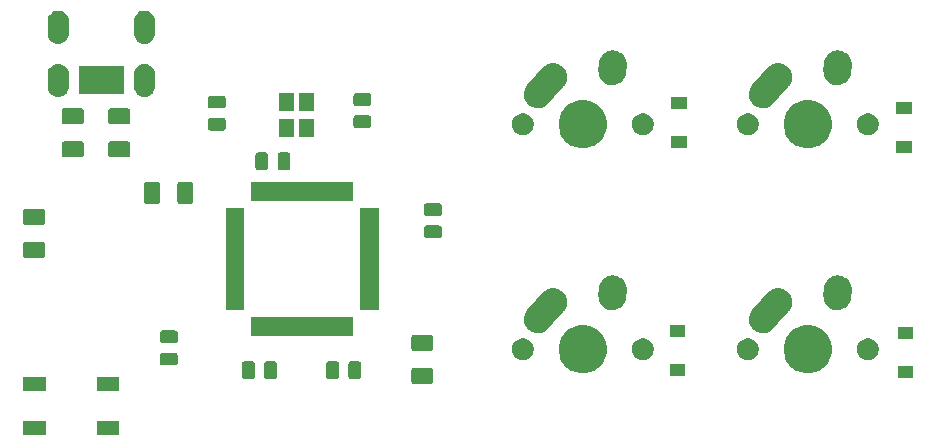
<source format=gbs>
G04 #@! TF.GenerationSoftware,KiCad,Pcbnew,(5.1.4)-1*
G04 #@! TF.CreationDate,2021-03-02T11:58:11-08:00*
G04 #@! TF.ProjectId,NMB-75,4e4d422d-3735-42e6-9b69-6361645f7063,rev?*
G04 #@! TF.SameCoordinates,Original*
G04 #@! TF.FileFunction,Soldermask,Bot*
G04 #@! TF.FilePolarity,Negative*
%FSLAX46Y46*%
G04 Gerber Fmt 4.6, Leading zero omitted, Abs format (unit mm)*
G04 Created by KiCad (PCBNEW (5.1.4)-1) date 2021-03-02 11:58:11*
%MOMM*%
%LPD*%
G04 APERTURE LIST*
%ADD10C,0.100000*%
G04 APERTURE END LIST*
D10*
G36*
X98412000Y-118021000D02*
G01*
X96510000Y-118021000D01*
X96510000Y-116819000D01*
X98412000Y-116819000D01*
X98412000Y-118021000D01*
X98412000Y-118021000D01*
G37*
G36*
X92212000Y-118021000D02*
G01*
X90310000Y-118021000D01*
X90310000Y-116819000D01*
X92212000Y-116819000D01*
X92212000Y-118021000D01*
X92212000Y-118021000D01*
G37*
G36*
X92212000Y-114321000D02*
G01*
X90310000Y-114321000D01*
X90310000Y-113119000D01*
X92212000Y-113119000D01*
X92212000Y-114321000D01*
X92212000Y-114321000D01*
G37*
G36*
X98412000Y-114321000D02*
G01*
X96510000Y-114321000D01*
X96510000Y-113119000D01*
X98412000Y-113119000D01*
X98412000Y-114321000D01*
X98412000Y-114321000D01*
G37*
G36*
X124847604Y-112364347D02*
G01*
X124884144Y-112375432D01*
X124917821Y-112393433D01*
X124947341Y-112417659D01*
X124971567Y-112447179D01*
X124989568Y-112480856D01*
X125000653Y-112517396D01*
X125005000Y-112561538D01*
X125005000Y-113510462D01*
X125000653Y-113554604D01*
X124989568Y-113591144D01*
X124971567Y-113624821D01*
X124947341Y-113654341D01*
X124917821Y-113678567D01*
X124884144Y-113696568D01*
X124847604Y-113707653D01*
X124803462Y-113712000D01*
X123354538Y-113712000D01*
X123310396Y-113707653D01*
X123273856Y-113696568D01*
X123240179Y-113678567D01*
X123210659Y-113654341D01*
X123186433Y-113624821D01*
X123168432Y-113591144D01*
X123157347Y-113554604D01*
X123153000Y-113510462D01*
X123153000Y-112561538D01*
X123157347Y-112517396D01*
X123168432Y-112480856D01*
X123186433Y-112447179D01*
X123210659Y-112417659D01*
X123240179Y-112393433D01*
X123273856Y-112375432D01*
X123310396Y-112364347D01*
X123354538Y-112360000D01*
X124803462Y-112360000D01*
X124847604Y-112364347D01*
X124847604Y-112364347D01*
G37*
G36*
X118735968Y-111807315D02*
G01*
X118774638Y-111819046D01*
X118810277Y-111838096D01*
X118841517Y-111863733D01*
X118867154Y-111894973D01*
X118886204Y-111930612D01*
X118897935Y-111969282D01*
X118902500Y-112015638D01*
X118902500Y-113091862D01*
X118897935Y-113138218D01*
X118886204Y-113176888D01*
X118867154Y-113212527D01*
X118841517Y-113243767D01*
X118810277Y-113269404D01*
X118774638Y-113288454D01*
X118735968Y-113300185D01*
X118689612Y-113304750D01*
X118038388Y-113304750D01*
X117992032Y-113300185D01*
X117953362Y-113288454D01*
X117917723Y-113269404D01*
X117886483Y-113243767D01*
X117860846Y-113212527D01*
X117841796Y-113176888D01*
X117830065Y-113138218D01*
X117825500Y-113091862D01*
X117825500Y-112015638D01*
X117830065Y-111969282D01*
X117841796Y-111930612D01*
X117860846Y-111894973D01*
X117886483Y-111863733D01*
X117917723Y-111838096D01*
X117953362Y-111819046D01*
X117992032Y-111807315D01*
X118038388Y-111802750D01*
X118689612Y-111802750D01*
X118735968Y-111807315D01*
X118735968Y-111807315D01*
G37*
G36*
X111593968Y-111807315D02*
G01*
X111632638Y-111819046D01*
X111668277Y-111838096D01*
X111699517Y-111863733D01*
X111725154Y-111894973D01*
X111744204Y-111930612D01*
X111755935Y-111969282D01*
X111760500Y-112015638D01*
X111760500Y-113091862D01*
X111755935Y-113138218D01*
X111744204Y-113176888D01*
X111725154Y-113212527D01*
X111699517Y-113243767D01*
X111668277Y-113269404D01*
X111632638Y-113288454D01*
X111593968Y-113300185D01*
X111547612Y-113304750D01*
X110896388Y-113304750D01*
X110850032Y-113300185D01*
X110811362Y-113288454D01*
X110775723Y-113269404D01*
X110744483Y-113243767D01*
X110718846Y-113212527D01*
X110699796Y-113176888D01*
X110688065Y-113138218D01*
X110683500Y-113091862D01*
X110683500Y-112015638D01*
X110688065Y-111969282D01*
X110699796Y-111930612D01*
X110718846Y-111894973D01*
X110744483Y-111863733D01*
X110775723Y-111838096D01*
X110811362Y-111819046D01*
X110850032Y-111807315D01*
X110896388Y-111802750D01*
X111547612Y-111802750D01*
X111593968Y-111807315D01*
X111593968Y-111807315D01*
G37*
G36*
X109718968Y-111807315D02*
G01*
X109757638Y-111819046D01*
X109793277Y-111838096D01*
X109824517Y-111863733D01*
X109850154Y-111894973D01*
X109869204Y-111930612D01*
X109880935Y-111969282D01*
X109885500Y-112015638D01*
X109885500Y-113091862D01*
X109880935Y-113138218D01*
X109869204Y-113176888D01*
X109850154Y-113212527D01*
X109824517Y-113243767D01*
X109793277Y-113269404D01*
X109757638Y-113288454D01*
X109718968Y-113300185D01*
X109672612Y-113304750D01*
X109021388Y-113304750D01*
X108975032Y-113300185D01*
X108936362Y-113288454D01*
X108900723Y-113269404D01*
X108869483Y-113243767D01*
X108843846Y-113212527D01*
X108824796Y-113176888D01*
X108813065Y-113138218D01*
X108808500Y-113091862D01*
X108808500Y-112015638D01*
X108813065Y-111969282D01*
X108824796Y-111930612D01*
X108843846Y-111894973D01*
X108869483Y-111863733D01*
X108900723Y-111838096D01*
X108936362Y-111819046D01*
X108975032Y-111807315D01*
X109021388Y-111802750D01*
X109672612Y-111802750D01*
X109718968Y-111807315D01*
X109718968Y-111807315D01*
G37*
G36*
X116860968Y-111807315D02*
G01*
X116899638Y-111819046D01*
X116935277Y-111838096D01*
X116966517Y-111863733D01*
X116992154Y-111894973D01*
X117011204Y-111930612D01*
X117022935Y-111969282D01*
X117027500Y-112015638D01*
X117027500Y-113091862D01*
X117022935Y-113138218D01*
X117011204Y-113176888D01*
X116992154Y-113212527D01*
X116966517Y-113243767D01*
X116935277Y-113269404D01*
X116899638Y-113288454D01*
X116860968Y-113300185D01*
X116814612Y-113304750D01*
X116163388Y-113304750D01*
X116117032Y-113300185D01*
X116078362Y-113288454D01*
X116042723Y-113269404D01*
X116011483Y-113243767D01*
X115985846Y-113212527D01*
X115966796Y-113176888D01*
X115955065Y-113138218D01*
X115950500Y-113091862D01*
X115950500Y-112015638D01*
X115955065Y-111969282D01*
X115966796Y-111930612D01*
X115985846Y-111894973D01*
X116011483Y-111863733D01*
X116042723Y-111838096D01*
X116078362Y-111819046D01*
X116117032Y-111807315D01*
X116163388Y-111802750D01*
X116814612Y-111802750D01*
X116860968Y-111807315D01*
X116860968Y-111807315D01*
G37*
G36*
X165624000Y-113179750D02*
G01*
X164322000Y-113179750D01*
X164322000Y-112177750D01*
X165624000Y-112177750D01*
X165624000Y-113179750D01*
X165624000Y-113179750D01*
G37*
G36*
X146320000Y-113053750D02*
G01*
X145018000Y-113053750D01*
X145018000Y-112051750D01*
X146320000Y-112051750D01*
X146320000Y-113053750D01*
X146320000Y-113053750D01*
G37*
G36*
X138264474Y-108809434D02*
G01*
X138429403Y-108877750D01*
X138636623Y-108963583D01*
X138971548Y-109187373D01*
X139256377Y-109472202D01*
X139480167Y-109807127D01*
X139512562Y-109885336D01*
X139634316Y-110179276D01*
X139712900Y-110574344D01*
X139712900Y-110977156D01*
X139634316Y-111372224D01*
X139583451Y-111495022D01*
X139480167Y-111744373D01*
X139256377Y-112079298D01*
X138971548Y-112364127D01*
X138636623Y-112587917D01*
X138534059Y-112630400D01*
X138264474Y-112742066D01*
X137869406Y-112820650D01*
X137466594Y-112820650D01*
X137071526Y-112742066D01*
X136801941Y-112630400D01*
X136699377Y-112587917D01*
X136364452Y-112364127D01*
X136079623Y-112079298D01*
X135855833Y-111744373D01*
X135752549Y-111495022D01*
X135701684Y-111372224D01*
X135623100Y-110977156D01*
X135623100Y-110574344D01*
X135701684Y-110179276D01*
X135823438Y-109885336D01*
X135855833Y-109807127D01*
X136079623Y-109472202D01*
X136364452Y-109187373D01*
X136699377Y-108963583D01*
X136906597Y-108877750D01*
X137071526Y-108809434D01*
X137466594Y-108730850D01*
X137869406Y-108730850D01*
X138264474Y-108809434D01*
X138264474Y-108809434D01*
G37*
G36*
X157314474Y-108809434D02*
G01*
X157479403Y-108877750D01*
X157686623Y-108963583D01*
X158021548Y-109187373D01*
X158306377Y-109472202D01*
X158530167Y-109807127D01*
X158562562Y-109885336D01*
X158684316Y-110179276D01*
X158762900Y-110574344D01*
X158762900Y-110977156D01*
X158684316Y-111372224D01*
X158633451Y-111495022D01*
X158530167Y-111744373D01*
X158306377Y-112079298D01*
X158021548Y-112364127D01*
X157686623Y-112587917D01*
X157584059Y-112630400D01*
X157314474Y-112742066D01*
X156919406Y-112820650D01*
X156516594Y-112820650D01*
X156121526Y-112742066D01*
X155851941Y-112630400D01*
X155749377Y-112587917D01*
X155414452Y-112364127D01*
X155129623Y-112079298D01*
X154905833Y-111744373D01*
X154802549Y-111495022D01*
X154751684Y-111372224D01*
X154673100Y-110977156D01*
X154673100Y-110574344D01*
X154751684Y-110179276D01*
X154873438Y-109885336D01*
X154905833Y-109807127D01*
X155129623Y-109472202D01*
X155414452Y-109187373D01*
X155749377Y-108963583D01*
X155956597Y-108877750D01*
X156121526Y-108809434D01*
X156516594Y-108730850D01*
X156919406Y-108730850D01*
X157314474Y-108809434D01*
X157314474Y-108809434D01*
G37*
G36*
X103200468Y-111069065D02*
G01*
X103239138Y-111080796D01*
X103274777Y-111099846D01*
X103306017Y-111125483D01*
X103331654Y-111156723D01*
X103350704Y-111192362D01*
X103362435Y-111231032D01*
X103367000Y-111277388D01*
X103367000Y-111928612D01*
X103362435Y-111974968D01*
X103350704Y-112013638D01*
X103331654Y-112049277D01*
X103306017Y-112080517D01*
X103274777Y-112106154D01*
X103239138Y-112125204D01*
X103200468Y-112136935D01*
X103154112Y-112141500D01*
X102077888Y-112141500D01*
X102031532Y-112136935D01*
X101992862Y-112125204D01*
X101957223Y-112106154D01*
X101925983Y-112080517D01*
X101900346Y-112049277D01*
X101881296Y-112013638D01*
X101869565Y-111974968D01*
X101865000Y-111928612D01*
X101865000Y-111277388D01*
X101869565Y-111231032D01*
X101881296Y-111192362D01*
X101900346Y-111156723D01*
X101925983Y-111125483D01*
X101957223Y-111099846D01*
X101992862Y-111080796D01*
X102031532Y-111069065D01*
X102077888Y-111064500D01*
X103154112Y-111064500D01*
X103200468Y-111069065D01*
X103200468Y-111069065D01*
G37*
G36*
X151908104Y-109885335D02*
G01*
X152076626Y-109955139D01*
X152228291Y-110056478D01*
X152357272Y-110185459D01*
X152458611Y-110337124D01*
X152528415Y-110505646D01*
X152564000Y-110684547D01*
X152564000Y-110866953D01*
X152528415Y-111045854D01*
X152458611Y-111214376D01*
X152357272Y-111366041D01*
X152228291Y-111495022D01*
X152076626Y-111596361D01*
X151908104Y-111666165D01*
X151729203Y-111701750D01*
X151546797Y-111701750D01*
X151367896Y-111666165D01*
X151199374Y-111596361D01*
X151047709Y-111495022D01*
X150918728Y-111366041D01*
X150817389Y-111214376D01*
X150747585Y-111045854D01*
X150712000Y-110866953D01*
X150712000Y-110684547D01*
X150747585Y-110505646D01*
X150817389Y-110337124D01*
X150918728Y-110185459D01*
X151047709Y-110056478D01*
X151199374Y-109955139D01*
X151367896Y-109885335D01*
X151546797Y-109849750D01*
X151729203Y-109849750D01*
X151908104Y-109885335D01*
X151908104Y-109885335D01*
G37*
G36*
X132858104Y-109885335D02*
G01*
X133026626Y-109955139D01*
X133178291Y-110056478D01*
X133307272Y-110185459D01*
X133408611Y-110337124D01*
X133478415Y-110505646D01*
X133514000Y-110684547D01*
X133514000Y-110866953D01*
X133478415Y-111045854D01*
X133408611Y-111214376D01*
X133307272Y-111366041D01*
X133178291Y-111495022D01*
X133026626Y-111596361D01*
X132858104Y-111666165D01*
X132679203Y-111701750D01*
X132496797Y-111701750D01*
X132317896Y-111666165D01*
X132149374Y-111596361D01*
X131997709Y-111495022D01*
X131868728Y-111366041D01*
X131767389Y-111214376D01*
X131697585Y-111045854D01*
X131662000Y-110866953D01*
X131662000Y-110684547D01*
X131697585Y-110505646D01*
X131767389Y-110337124D01*
X131868728Y-110185459D01*
X131997709Y-110056478D01*
X132149374Y-109955139D01*
X132317896Y-109885335D01*
X132496797Y-109849750D01*
X132679203Y-109849750D01*
X132858104Y-109885335D01*
X132858104Y-109885335D01*
G37*
G36*
X143018104Y-109885335D02*
G01*
X143186626Y-109955139D01*
X143338291Y-110056478D01*
X143467272Y-110185459D01*
X143568611Y-110337124D01*
X143638415Y-110505646D01*
X143674000Y-110684547D01*
X143674000Y-110866953D01*
X143638415Y-111045854D01*
X143568611Y-111214376D01*
X143467272Y-111366041D01*
X143338291Y-111495022D01*
X143186626Y-111596361D01*
X143018104Y-111666165D01*
X142839203Y-111701750D01*
X142656797Y-111701750D01*
X142477896Y-111666165D01*
X142309374Y-111596361D01*
X142157709Y-111495022D01*
X142028728Y-111366041D01*
X141927389Y-111214376D01*
X141857585Y-111045854D01*
X141822000Y-110866953D01*
X141822000Y-110684547D01*
X141857585Y-110505646D01*
X141927389Y-110337124D01*
X142028728Y-110185459D01*
X142157709Y-110056478D01*
X142309374Y-109955139D01*
X142477896Y-109885335D01*
X142656797Y-109849750D01*
X142839203Y-109849750D01*
X143018104Y-109885335D01*
X143018104Y-109885335D01*
G37*
G36*
X162068104Y-109885335D02*
G01*
X162236626Y-109955139D01*
X162388291Y-110056478D01*
X162517272Y-110185459D01*
X162618611Y-110337124D01*
X162688415Y-110505646D01*
X162724000Y-110684547D01*
X162724000Y-110866953D01*
X162688415Y-111045854D01*
X162618611Y-111214376D01*
X162517272Y-111366041D01*
X162388291Y-111495022D01*
X162236626Y-111596361D01*
X162068104Y-111666165D01*
X161889203Y-111701750D01*
X161706797Y-111701750D01*
X161527896Y-111666165D01*
X161359374Y-111596361D01*
X161207709Y-111495022D01*
X161078728Y-111366041D01*
X160977389Y-111214376D01*
X160907585Y-111045854D01*
X160872000Y-110866953D01*
X160872000Y-110684547D01*
X160907585Y-110505646D01*
X160977389Y-110337124D01*
X161078728Y-110185459D01*
X161207709Y-110056478D01*
X161359374Y-109955139D01*
X161527896Y-109885335D01*
X161706797Y-109849750D01*
X161889203Y-109849750D01*
X162068104Y-109885335D01*
X162068104Y-109885335D01*
G37*
G36*
X124847604Y-109564347D02*
G01*
X124884144Y-109575432D01*
X124917821Y-109593433D01*
X124947341Y-109617659D01*
X124971567Y-109647179D01*
X124989568Y-109680856D01*
X125000653Y-109717396D01*
X125005000Y-109761538D01*
X125005000Y-110710462D01*
X125000653Y-110754604D01*
X124989568Y-110791144D01*
X124971567Y-110824821D01*
X124947341Y-110854341D01*
X124917821Y-110878567D01*
X124884144Y-110896568D01*
X124847604Y-110907653D01*
X124803462Y-110912000D01*
X123354538Y-110912000D01*
X123310396Y-110907653D01*
X123273856Y-110896568D01*
X123240179Y-110878567D01*
X123210659Y-110854341D01*
X123186433Y-110824821D01*
X123168432Y-110791144D01*
X123157347Y-110754604D01*
X123153000Y-110710462D01*
X123153000Y-109761538D01*
X123157347Y-109717396D01*
X123168432Y-109680856D01*
X123186433Y-109647179D01*
X123210659Y-109617659D01*
X123240179Y-109593433D01*
X123273856Y-109575432D01*
X123310396Y-109564347D01*
X123354538Y-109560000D01*
X124803462Y-109560000D01*
X124847604Y-109564347D01*
X124847604Y-109564347D01*
G37*
G36*
X103200468Y-109194065D02*
G01*
X103239138Y-109205796D01*
X103274777Y-109224846D01*
X103306017Y-109250483D01*
X103331654Y-109281723D01*
X103350704Y-109317362D01*
X103362435Y-109356032D01*
X103367000Y-109402388D01*
X103367000Y-110053612D01*
X103362435Y-110099968D01*
X103350704Y-110138638D01*
X103331654Y-110174277D01*
X103306017Y-110205517D01*
X103274777Y-110231154D01*
X103239138Y-110250204D01*
X103200468Y-110261935D01*
X103154112Y-110266500D01*
X102077888Y-110266500D01*
X102031532Y-110261935D01*
X101992862Y-110250204D01*
X101957223Y-110231154D01*
X101925983Y-110205517D01*
X101900346Y-110174277D01*
X101881296Y-110138638D01*
X101869565Y-110099968D01*
X101865000Y-110053612D01*
X101865000Y-109402388D01*
X101869565Y-109356032D01*
X101881296Y-109317362D01*
X101900346Y-109281723D01*
X101925983Y-109250483D01*
X101957223Y-109224846D01*
X101992862Y-109205796D01*
X102031532Y-109194065D01*
X102077888Y-109189500D01*
X103154112Y-109189500D01*
X103200468Y-109194065D01*
X103200468Y-109194065D01*
G37*
G36*
X165624000Y-109879750D02*
G01*
X164322000Y-109879750D01*
X164322000Y-108877750D01*
X165624000Y-108877750D01*
X165624000Y-109879750D01*
X165624000Y-109879750D01*
G37*
G36*
X146320000Y-109753750D02*
G01*
X145018000Y-109753750D01*
X145018000Y-108751750D01*
X146320000Y-108751750D01*
X146320000Y-109753750D01*
X146320000Y-109753750D01*
G37*
G36*
X118245000Y-109656750D02*
G01*
X109593000Y-109656750D01*
X109593000Y-108054750D01*
X118245000Y-108054750D01*
X118245000Y-109656750D01*
X118245000Y-109656750D01*
G37*
G36*
X135191205Y-105599631D02*
G01*
X135196645Y-105599750D01*
X135283828Y-105599750D01*
X135300097Y-105602986D01*
X135318956Y-105605265D01*
X135335532Y-105605996D01*
X135420223Y-105626760D01*
X135425518Y-105627934D01*
X135511027Y-105644943D01*
X135526362Y-105651295D01*
X135544401Y-105657205D01*
X135560521Y-105661157D01*
X135639504Y-105698030D01*
X135644494Y-105700227D01*
X135725045Y-105733592D01*
X135738841Y-105742810D01*
X135755393Y-105752132D01*
X135770426Y-105759150D01*
X135840694Y-105810721D01*
X135845192Y-105813872D01*
X135917656Y-105862291D01*
X135929383Y-105874018D01*
X135943809Y-105886398D01*
X135957179Y-105896211D01*
X135957180Y-105896212D01*
X136016021Y-105960483D01*
X136019829Y-105964464D01*
X136081459Y-106026094D01*
X136090674Y-106039885D01*
X136102396Y-106054828D01*
X136113605Y-106067071D01*
X136158799Y-106141624D01*
X136161746Y-106146251D01*
X136210158Y-106218705D01*
X136216505Y-106234027D01*
X136225092Y-106250981D01*
X136233691Y-106265167D01*
X136263478Y-106347118D01*
X136265452Y-106352198D01*
X136298807Y-106432723D01*
X136298807Y-106432724D01*
X136302041Y-106448983D01*
X136307158Y-106467292D01*
X136312825Y-106482884D01*
X136326055Y-106569095D01*
X136327001Y-106574463D01*
X136344000Y-106659923D01*
X136344000Y-106676502D01*
X136345444Y-106695442D01*
X136347963Y-106711854D01*
X136344120Y-106798999D01*
X136344000Y-106804439D01*
X136344000Y-106891575D01*
X136340766Y-106907833D01*
X136338488Y-106926691D01*
X136337756Y-106943281D01*
X136316988Y-107027987D01*
X136315812Y-107033287D01*
X136298807Y-107118777D01*
X136292457Y-107134107D01*
X136286549Y-107152143D01*
X136282595Y-107168270D01*
X136245711Y-107247276D01*
X136243511Y-107252273D01*
X136210158Y-107332795D01*
X136200944Y-107346585D01*
X136191622Y-107363137D01*
X136184602Y-107378174D01*
X136133011Y-107448470D01*
X136129866Y-107452960D01*
X136081461Y-107525404D01*
X136024460Y-107582405D01*
X136019811Y-107587313D01*
X135600398Y-108054750D01*
X134694723Y-109064126D01*
X134566679Y-109181352D01*
X134478383Y-109234877D01*
X134368583Y-109301439D01*
X134150866Y-109380573D01*
X133921895Y-109415711D01*
X133690470Y-109405504D01*
X133465481Y-109350343D01*
X133360727Y-109301439D01*
X133255579Y-109252352D01*
X133158838Y-109181352D01*
X133068823Y-109115289D01*
X132994394Y-109033991D01*
X132912398Y-108944429D01*
X132830564Y-108809435D01*
X132792311Y-108746333D01*
X132713177Y-108528616D01*
X132678039Y-108299645D01*
X132688246Y-108068220D01*
X132743407Y-107843231D01*
X132794972Y-107732778D01*
X132841398Y-107633330D01*
X132841400Y-107633327D01*
X132944114Y-107493372D01*
X133699245Y-106651777D01*
X134230787Y-106059371D01*
X134241681Y-106045339D01*
X134254539Y-106026096D01*
X134311573Y-105969062D01*
X134316223Y-105964153D01*
X134331278Y-105947374D01*
X134352701Y-105927761D01*
X134356682Y-105923953D01*
X134418346Y-105862289D01*
X134432143Y-105853070D01*
X134447102Y-105841335D01*
X134459321Y-105830148D01*
X134491385Y-105810711D01*
X134533830Y-105784981D01*
X134538421Y-105782058D01*
X134610955Y-105733592D01*
X134626300Y-105727236D01*
X134643248Y-105718651D01*
X134657416Y-105710062D01*
X134657417Y-105710062D01*
X134657418Y-105710061D01*
X134739312Y-105680295D01*
X134744410Y-105678313D01*
X134824973Y-105644943D01*
X134841252Y-105641705D01*
X134859542Y-105636594D01*
X134875135Y-105630927D01*
X134961300Y-105617704D01*
X134966663Y-105616759D01*
X135052173Y-105599750D01*
X135068766Y-105599750D01*
X135087709Y-105598305D01*
X135104106Y-105595789D01*
X135191205Y-105599631D01*
X135191205Y-105599631D01*
G37*
G36*
X154241205Y-105599631D02*
G01*
X154246645Y-105599750D01*
X154333828Y-105599750D01*
X154350097Y-105602986D01*
X154368956Y-105605265D01*
X154385532Y-105605996D01*
X154470223Y-105626760D01*
X154475518Y-105627934D01*
X154561027Y-105644943D01*
X154576362Y-105651295D01*
X154594401Y-105657205D01*
X154610521Y-105661157D01*
X154689504Y-105698030D01*
X154694494Y-105700227D01*
X154775045Y-105733592D01*
X154788841Y-105742810D01*
X154805393Y-105752132D01*
X154820426Y-105759150D01*
X154890694Y-105810721D01*
X154895192Y-105813872D01*
X154967656Y-105862291D01*
X154979383Y-105874018D01*
X154993809Y-105886398D01*
X155007179Y-105896211D01*
X155007180Y-105896212D01*
X155066021Y-105960483D01*
X155069829Y-105964464D01*
X155131459Y-106026094D01*
X155140674Y-106039885D01*
X155152396Y-106054828D01*
X155163605Y-106067071D01*
X155208799Y-106141624D01*
X155211746Y-106146251D01*
X155260158Y-106218705D01*
X155266505Y-106234027D01*
X155275092Y-106250981D01*
X155283691Y-106265167D01*
X155313478Y-106347118D01*
X155315452Y-106352198D01*
X155348807Y-106432723D01*
X155348807Y-106432724D01*
X155352041Y-106448983D01*
X155357158Y-106467292D01*
X155362825Y-106482884D01*
X155376055Y-106569095D01*
X155377001Y-106574463D01*
X155394000Y-106659923D01*
X155394000Y-106676502D01*
X155395444Y-106695442D01*
X155397963Y-106711854D01*
X155394120Y-106798999D01*
X155394000Y-106804439D01*
X155394000Y-106891575D01*
X155390766Y-106907833D01*
X155388488Y-106926691D01*
X155387756Y-106943281D01*
X155366988Y-107027987D01*
X155365812Y-107033287D01*
X155348807Y-107118777D01*
X155342457Y-107134107D01*
X155336549Y-107152143D01*
X155332595Y-107168270D01*
X155295711Y-107247276D01*
X155293511Y-107252273D01*
X155260158Y-107332795D01*
X155250944Y-107346585D01*
X155241622Y-107363137D01*
X155234602Y-107378174D01*
X155183011Y-107448470D01*
X155179866Y-107452960D01*
X155131461Y-107525404D01*
X155074460Y-107582405D01*
X155069811Y-107587313D01*
X154650398Y-108054750D01*
X153744723Y-109064126D01*
X153616679Y-109181352D01*
X153528383Y-109234877D01*
X153418583Y-109301439D01*
X153200866Y-109380573D01*
X152971895Y-109415711D01*
X152740470Y-109405504D01*
X152515481Y-109350343D01*
X152410727Y-109301439D01*
X152305579Y-109252352D01*
X152208838Y-109181352D01*
X152118823Y-109115289D01*
X152044394Y-109033991D01*
X151962398Y-108944429D01*
X151880564Y-108809435D01*
X151842311Y-108746333D01*
X151763177Y-108528616D01*
X151728039Y-108299645D01*
X151738246Y-108068220D01*
X151793407Y-107843231D01*
X151844972Y-107732778D01*
X151891398Y-107633330D01*
X151891400Y-107633327D01*
X151994114Y-107493372D01*
X152749245Y-106651777D01*
X153280787Y-106059371D01*
X153291681Y-106045339D01*
X153304539Y-106026096D01*
X153361573Y-105969062D01*
X153366223Y-105964153D01*
X153381278Y-105947374D01*
X153402701Y-105927761D01*
X153406682Y-105923953D01*
X153468346Y-105862289D01*
X153482143Y-105853070D01*
X153497102Y-105841335D01*
X153509321Y-105830148D01*
X153541385Y-105810711D01*
X153583830Y-105784981D01*
X153588421Y-105782058D01*
X153660955Y-105733592D01*
X153676300Y-105727236D01*
X153693248Y-105718651D01*
X153707416Y-105710062D01*
X153707417Y-105710062D01*
X153707418Y-105710061D01*
X153789312Y-105680295D01*
X153794410Y-105678313D01*
X153874973Y-105644943D01*
X153891252Y-105641705D01*
X153909542Y-105636594D01*
X153925135Y-105630927D01*
X154011300Y-105617704D01*
X154016663Y-105616759D01*
X154102173Y-105599750D01*
X154118766Y-105599750D01*
X154137709Y-105598305D01*
X154154106Y-105595789D01*
X154241205Y-105599631D01*
X154241205Y-105599631D01*
G37*
G36*
X109020000Y-107481750D02*
G01*
X107418000Y-107481750D01*
X107418000Y-98829750D01*
X109020000Y-98829750D01*
X109020000Y-107481750D01*
X109020000Y-107481750D01*
G37*
G36*
X120420000Y-107481750D02*
G01*
X118818000Y-107481750D01*
X118818000Y-98829750D01*
X120420000Y-98829750D01*
X120420000Y-107481750D01*
X120420000Y-107481750D01*
G37*
G36*
X140296127Y-104518011D02*
G01*
X140316900Y-104519750D01*
X140323827Y-104519750D01*
X140418754Y-104538632D01*
X140422348Y-104539292D01*
X140517730Y-104555374D01*
X140524203Y-104557835D01*
X140544228Y-104563591D01*
X140551027Y-104564943D01*
X140613414Y-104590784D01*
X140640443Y-104601980D01*
X140643844Y-104603331D01*
X140734255Y-104637711D01*
X140740127Y-104641390D01*
X140758636Y-104650937D01*
X140765045Y-104653592D01*
X140845563Y-104707392D01*
X140848554Y-104709328D01*
X140930557Y-104760709D01*
X140935584Y-104765450D01*
X140951896Y-104778441D01*
X140957652Y-104782287D01*
X141026110Y-104850745D01*
X141028689Y-104853249D01*
X141099090Y-104919639D01*
X141103095Y-104925269D01*
X141116559Y-104941194D01*
X141121459Y-104946094D01*
X141175244Y-105026589D01*
X141177291Y-105029557D01*
X141233380Y-105108395D01*
X141236214Y-105114708D01*
X141246308Y-105132943D01*
X141250158Y-105138705D01*
X141287220Y-105228180D01*
X141288624Y-105231435D01*
X141328265Y-105319723D01*
X141329815Y-105326475D01*
X141336152Y-105346312D01*
X141338807Y-105352723D01*
X141357692Y-105447667D01*
X141358438Y-105451151D01*
X141380098Y-105545501D01*
X141380098Y-105545504D01*
X141380300Y-105552404D01*
X141382647Y-105573120D01*
X141384000Y-105579924D01*
X141384000Y-105676736D01*
X141384053Y-105680334D01*
X141385188Y-105719027D01*
X141384295Y-105731975D01*
X141384000Y-105740547D01*
X141384000Y-105811576D01*
X141378081Y-105841335D01*
X141377604Y-105843729D01*
X141375500Y-105859500D01*
X141337238Y-106414295D01*
X141308376Y-106585480D01*
X141226038Y-106802005D01*
X141103041Y-106998307D01*
X140944111Y-107166840D01*
X140755355Y-107301130D01*
X140544027Y-107396015D01*
X140318249Y-107447848D01*
X140086698Y-107454639D01*
X140086697Y-107454639D01*
X140041012Y-107446936D01*
X139858270Y-107416126D01*
X139641745Y-107333788D01*
X139445443Y-107210791D01*
X139276910Y-107051861D01*
X139142620Y-106863105D01*
X139047735Y-106651777D01*
X138995902Y-106425999D01*
X138990812Y-106252473D01*
X139031704Y-105659544D01*
X139032000Y-105650946D01*
X139032000Y-105579925D01*
X139050882Y-105485000D01*
X139051544Y-105481395D01*
X139057231Y-105447667D01*
X139067624Y-105386020D01*
X139070085Y-105379549D01*
X139075842Y-105359517D01*
X139077193Y-105352724D01*
X139079843Y-105346326D01*
X139114264Y-105263226D01*
X139115553Y-105259980D01*
X139149962Y-105169495D01*
X139153636Y-105163631D01*
X139163187Y-105145115D01*
X139165842Y-105138705D01*
X139219657Y-105058165D01*
X139221577Y-105055199D01*
X139272959Y-104973193D01*
X139277711Y-104968154D01*
X139290689Y-104951857D01*
X139294537Y-104946098D01*
X139362993Y-104877642D01*
X139365546Y-104875012D01*
X139386023Y-104853298D01*
X139431889Y-104804660D01*
X139437521Y-104800653D01*
X139453447Y-104787188D01*
X139458346Y-104782289D01*
X139538824Y-104728516D01*
X139541806Y-104726460D01*
X139620645Y-104670370D01*
X139626955Y-104667537D01*
X139645194Y-104657441D01*
X139650951Y-104653594D01*
X139650954Y-104653593D01*
X139650955Y-104653592D01*
X139740429Y-104616531D01*
X139743687Y-104615125D01*
X139831973Y-104575485D01*
X139838725Y-104573935D01*
X139858562Y-104567598D01*
X139864973Y-104564943D01*
X139959899Y-104546061D01*
X139963446Y-104545301D01*
X140057751Y-104523651D01*
X140060130Y-104523581D01*
X140064665Y-104523448D01*
X140085381Y-104521101D01*
X140092174Y-104519750D01*
X140188959Y-104519750D01*
X140192584Y-104519697D01*
X140289302Y-104516860D01*
X140296127Y-104518011D01*
X140296127Y-104518011D01*
G37*
G36*
X159346127Y-104518011D02*
G01*
X159366900Y-104519750D01*
X159373827Y-104519750D01*
X159468754Y-104538632D01*
X159472348Y-104539292D01*
X159567730Y-104555374D01*
X159574203Y-104557835D01*
X159594228Y-104563591D01*
X159601027Y-104564943D01*
X159663414Y-104590784D01*
X159690443Y-104601980D01*
X159693844Y-104603331D01*
X159784255Y-104637711D01*
X159790127Y-104641390D01*
X159808636Y-104650937D01*
X159815045Y-104653592D01*
X159895563Y-104707392D01*
X159898554Y-104709328D01*
X159980557Y-104760709D01*
X159985584Y-104765450D01*
X160001896Y-104778441D01*
X160007652Y-104782287D01*
X160076110Y-104850745D01*
X160078689Y-104853249D01*
X160149090Y-104919639D01*
X160153095Y-104925269D01*
X160166559Y-104941194D01*
X160171459Y-104946094D01*
X160225244Y-105026589D01*
X160227291Y-105029557D01*
X160283380Y-105108395D01*
X160286214Y-105114708D01*
X160296308Y-105132943D01*
X160300158Y-105138705D01*
X160337220Y-105228180D01*
X160338624Y-105231435D01*
X160378265Y-105319723D01*
X160379815Y-105326475D01*
X160386152Y-105346312D01*
X160388807Y-105352723D01*
X160407692Y-105447667D01*
X160408438Y-105451151D01*
X160430098Y-105545501D01*
X160430098Y-105545504D01*
X160430300Y-105552404D01*
X160432647Y-105573120D01*
X160434000Y-105579924D01*
X160434000Y-105676736D01*
X160434053Y-105680334D01*
X160435188Y-105719027D01*
X160434295Y-105731975D01*
X160434000Y-105740547D01*
X160434000Y-105811576D01*
X160428081Y-105841335D01*
X160427604Y-105843729D01*
X160425500Y-105859500D01*
X160387238Y-106414295D01*
X160358376Y-106585480D01*
X160276038Y-106802005D01*
X160153041Y-106998307D01*
X159994111Y-107166840D01*
X159805355Y-107301130D01*
X159594027Y-107396015D01*
X159368249Y-107447848D01*
X159136698Y-107454639D01*
X159136697Y-107454639D01*
X159091012Y-107446936D01*
X158908270Y-107416126D01*
X158691745Y-107333788D01*
X158495443Y-107210791D01*
X158326910Y-107051861D01*
X158192620Y-106863105D01*
X158097735Y-106651777D01*
X158045902Y-106425999D01*
X158040812Y-106252473D01*
X158081704Y-105659544D01*
X158082000Y-105650946D01*
X158082000Y-105579925D01*
X158100882Y-105485000D01*
X158101544Y-105481395D01*
X158107231Y-105447667D01*
X158117624Y-105386020D01*
X158120085Y-105379549D01*
X158125842Y-105359517D01*
X158127193Y-105352724D01*
X158129843Y-105346326D01*
X158164264Y-105263226D01*
X158165553Y-105259980D01*
X158199962Y-105169495D01*
X158203636Y-105163631D01*
X158213187Y-105145115D01*
X158215842Y-105138705D01*
X158269657Y-105058165D01*
X158271577Y-105055199D01*
X158322959Y-104973193D01*
X158327711Y-104968154D01*
X158340689Y-104951857D01*
X158344537Y-104946098D01*
X158412993Y-104877642D01*
X158415546Y-104875012D01*
X158436023Y-104853298D01*
X158481889Y-104804660D01*
X158487521Y-104800653D01*
X158503447Y-104787188D01*
X158508346Y-104782289D01*
X158588824Y-104728516D01*
X158591806Y-104726460D01*
X158670645Y-104670370D01*
X158676955Y-104667537D01*
X158695194Y-104657441D01*
X158700951Y-104653594D01*
X158700954Y-104653593D01*
X158700955Y-104653592D01*
X158790429Y-104616531D01*
X158793687Y-104615125D01*
X158881973Y-104575485D01*
X158888725Y-104573935D01*
X158908562Y-104567598D01*
X158914973Y-104564943D01*
X159009899Y-104546061D01*
X159013446Y-104545301D01*
X159107751Y-104523651D01*
X159110130Y-104523581D01*
X159114665Y-104523448D01*
X159135381Y-104521101D01*
X159142174Y-104519750D01*
X159238959Y-104519750D01*
X159242584Y-104519697D01*
X159339302Y-104516860D01*
X159346127Y-104518011D01*
X159346127Y-104518011D01*
G37*
G36*
X91954604Y-101696347D02*
G01*
X91991144Y-101707432D01*
X92024821Y-101725433D01*
X92054341Y-101749659D01*
X92078567Y-101779179D01*
X92096568Y-101812856D01*
X92107653Y-101849396D01*
X92112000Y-101893538D01*
X92112000Y-102842462D01*
X92107653Y-102886604D01*
X92096568Y-102923144D01*
X92078567Y-102956821D01*
X92054341Y-102986341D01*
X92024821Y-103010567D01*
X91991144Y-103028568D01*
X91954604Y-103039653D01*
X91910462Y-103044000D01*
X90461538Y-103044000D01*
X90417396Y-103039653D01*
X90380856Y-103028568D01*
X90347179Y-103010567D01*
X90317659Y-102986341D01*
X90293433Y-102956821D01*
X90275432Y-102923144D01*
X90264347Y-102886604D01*
X90260000Y-102842462D01*
X90260000Y-101893538D01*
X90264347Y-101849396D01*
X90275432Y-101812856D01*
X90293433Y-101779179D01*
X90317659Y-101749659D01*
X90347179Y-101725433D01*
X90380856Y-101707432D01*
X90417396Y-101696347D01*
X90461538Y-101692000D01*
X91910462Y-101692000D01*
X91954604Y-101696347D01*
X91954604Y-101696347D01*
G37*
G36*
X125552468Y-100305815D02*
G01*
X125591138Y-100317546D01*
X125626777Y-100336596D01*
X125658017Y-100362233D01*
X125683654Y-100393473D01*
X125702704Y-100429112D01*
X125714435Y-100467782D01*
X125719000Y-100514138D01*
X125719000Y-101165362D01*
X125714435Y-101211718D01*
X125702704Y-101250388D01*
X125683654Y-101286027D01*
X125658017Y-101317267D01*
X125626777Y-101342904D01*
X125591138Y-101361954D01*
X125552468Y-101373685D01*
X125506112Y-101378250D01*
X124429888Y-101378250D01*
X124383532Y-101373685D01*
X124344862Y-101361954D01*
X124309223Y-101342904D01*
X124277983Y-101317267D01*
X124252346Y-101286027D01*
X124233296Y-101250388D01*
X124221565Y-101211718D01*
X124217000Y-101165362D01*
X124217000Y-100514138D01*
X124221565Y-100467782D01*
X124233296Y-100429112D01*
X124252346Y-100393473D01*
X124277983Y-100362233D01*
X124309223Y-100336596D01*
X124344862Y-100317546D01*
X124383532Y-100305815D01*
X124429888Y-100301250D01*
X125506112Y-100301250D01*
X125552468Y-100305815D01*
X125552468Y-100305815D01*
G37*
G36*
X91954604Y-98896347D02*
G01*
X91991144Y-98907432D01*
X92024821Y-98925433D01*
X92054341Y-98949659D01*
X92078567Y-98979179D01*
X92096568Y-99012856D01*
X92107653Y-99049396D01*
X92112000Y-99093538D01*
X92112000Y-100042462D01*
X92107653Y-100086604D01*
X92096568Y-100123144D01*
X92078567Y-100156821D01*
X92054341Y-100186341D01*
X92024821Y-100210567D01*
X91991144Y-100228568D01*
X91954604Y-100239653D01*
X91910462Y-100244000D01*
X90461538Y-100244000D01*
X90417396Y-100239653D01*
X90380856Y-100228568D01*
X90347179Y-100210567D01*
X90317659Y-100186341D01*
X90293433Y-100156821D01*
X90275432Y-100123144D01*
X90264347Y-100086604D01*
X90260000Y-100042462D01*
X90260000Y-99093538D01*
X90264347Y-99049396D01*
X90275432Y-99012856D01*
X90293433Y-98979179D01*
X90317659Y-98949659D01*
X90347179Y-98925433D01*
X90380856Y-98907432D01*
X90417396Y-98896347D01*
X90461538Y-98892000D01*
X91910462Y-98892000D01*
X91954604Y-98896347D01*
X91954604Y-98896347D01*
G37*
G36*
X125552468Y-98430815D02*
G01*
X125591138Y-98442546D01*
X125626777Y-98461596D01*
X125658017Y-98487233D01*
X125683654Y-98518473D01*
X125702704Y-98554112D01*
X125714435Y-98592782D01*
X125719000Y-98639138D01*
X125719000Y-99290362D01*
X125714435Y-99336718D01*
X125702704Y-99375388D01*
X125683654Y-99411027D01*
X125658017Y-99442267D01*
X125626777Y-99467904D01*
X125591138Y-99486954D01*
X125552468Y-99498685D01*
X125506112Y-99503250D01*
X124429888Y-99503250D01*
X124383532Y-99498685D01*
X124344862Y-99486954D01*
X124309223Y-99467904D01*
X124277983Y-99442267D01*
X124252346Y-99411027D01*
X124233296Y-99375388D01*
X124221565Y-99336718D01*
X124217000Y-99290362D01*
X124217000Y-98639138D01*
X124221565Y-98592782D01*
X124233296Y-98554112D01*
X124252346Y-98518473D01*
X124277983Y-98487233D01*
X124309223Y-98461596D01*
X124344862Y-98442546D01*
X124383532Y-98430815D01*
X124429888Y-98426250D01*
X125506112Y-98426250D01*
X125552468Y-98430815D01*
X125552468Y-98430815D01*
G37*
G36*
X104531604Y-96614347D02*
G01*
X104568144Y-96625432D01*
X104601821Y-96643433D01*
X104631341Y-96667659D01*
X104655567Y-96697179D01*
X104673568Y-96730856D01*
X104684653Y-96767396D01*
X104689000Y-96811538D01*
X104689000Y-98260462D01*
X104684653Y-98304604D01*
X104673568Y-98341144D01*
X104655567Y-98374821D01*
X104631341Y-98404341D01*
X104601821Y-98428567D01*
X104568144Y-98446568D01*
X104531604Y-98457653D01*
X104487462Y-98462000D01*
X103538538Y-98462000D01*
X103494396Y-98457653D01*
X103457856Y-98446568D01*
X103424179Y-98428567D01*
X103394659Y-98404341D01*
X103370433Y-98374821D01*
X103352432Y-98341144D01*
X103341347Y-98304604D01*
X103337000Y-98260462D01*
X103337000Y-96811538D01*
X103341347Y-96767396D01*
X103352432Y-96730856D01*
X103370433Y-96697179D01*
X103394659Y-96667659D01*
X103424179Y-96643433D01*
X103457856Y-96625432D01*
X103494396Y-96614347D01*
X103538538Y-96610000D01*
X104487462Y-96610000D01*
X104531604Y-96614347D01*
X104531604Y-96614347D01*
G37*
G36*
X101731604Y-96614347D02*
G01*
X101768144Y-96625432D01*
X101801821Y-96643433D01*
X101831341Y-96667659D01*
X101855567Y-96697179D01*
X101873568Y-96730856D01*
X101884653Y-96767396D01*
X101889000Y-96811538D01*
X101889000Y-98260462D01*
X101884653Y-98304604D01*
X101873568Y-98341144D01*
X101855567Y-98374821D01*
X101831341Y-98404341D01*
X101801821Y-98428567D01*
X101768144Y-98446568D01*
X101731604Y-98457653D01*
X101687462Y-98462000D01*
X100738538Y-98462000D01*
X100694396Y-98457653D01*
X100657856Y-98446568D01*
X100624179Y-98428567D01*
X100594659Y-98404341D01*
X100570433Y-98374821D01*
X100552432Y-98341144D01*
X100541347Y-98304604D01*
X100537000Y-98260462D01*
X100537000Y-96811538D01*
X100541347Y-96767396D01*
X100552432Y-96730856D01*
X100570433Y-96697179D01*
X100594659Y-96667659D01*
X100624179Y-96643433D01*
X100657856Y-96625432D01*
X100694396Y-96614347D01*
X100738538Y-96610000D01*
X101687462Y-96610000D01*
X101731604Y-96614347D01*
X101731604Y-96614347D01*
G37*
G36*
X118245000Y-98256750D02*
G01*
X109593000Y-98256750D01*
X109593000Y-96654750D01*
X118245000Y-96654750D01*
X118245000Y-98256750D01*
X118245000Y-98256750D01*
G37*
G36*
X110861968Y-94122565D02*
G01*
X110900638Y-94134296D01*
X110936277Y-94153346D01*
X110967517Y-94178983D01*
X110993154Y-94210223D01*
X111012204Y-94245862D01*
X111023935Y-94284532D01*
X111028500Y-94330888D01*
X111028500Y-95407112D01*
X111023935Y-95453468D01*
X111012204Y-95492138D01*
X110993154Y-95527777D01*
X110967517Y-95559017D01*
X110936277Y-95584654D01*
X110900638Y-95603704D01*
X110861968Y-95615435D01*
X110815612Y-95620000D01*
X110164388Y-95620000D01*
X110118032Y-95615435D01*
X110079362Y-95603704D01*
X110043723Y-95584654D01*
X110012483Y-95559017D01*
X109986846Y-95527777D01*
X109967796Y-95492138D01*
X109956065Y-95453468D01*
X109951500Y-95407112D01*
X109951500Y-94330888D01*
X109956065Y-94284532D01*
X109967796Y-94245862D01*
X109986846Y-94210223D01*
X110012483Y-94178983D01*
X110043723Y-94153346D01*
X110079362Y-94134296D01*
X110118032Y-94122565D01*
X110164388Y-94118000D01*
X110815612Y-94118000D01*
X110861968Y-94122565D01*
X110861968Y-94122565D01*
G37*
G36*
X112736968Y-94122565D02*
G01*
X112775638Y-94134296D01*
X112811277Y-94153346D01*
X112842517Y-94178983D01*
X112868154Y-94210223D01*
X112887204Y-94245862D01*
X112898935Y-94284532D01*
X112903500Y-94330888D01*
X112903500Y-95407112D01*
X112898935Y-95453468D01*
X112887204Y-95492138D01*
X112868154Y-95527777D01*
X112842517Y-95559017D01*
X112811277Y-95584654D01*
X112775638Y-95603704D01*
X112736968Y-95615435D01*
X112690612Y-95620000D01*
X112039388Y-95620000D01*
X111993032Y-95615435D01*
X111954362Y-95603704D01*
X111918723Y-95584654D01*
X111887483Y-95559017D01*
X111861846Y-95527777D01*
X111842796Y-95492138D01*
X111831065Y-95453468D01*
X111826500Y-95407112D01*
X111826500Y-94330888D01*
X111831065Y-94284532D01*
X111842796Y-94245862D01*
X111861846Y-94210223D01*
X111887483Y-94178983D01*
X111918723Y-94153346D01*
X111954362Y-94134296D01*
X111993032Y-94122565D01*
X112039388Y-94118000D01*
X112690612Y-94118000D01*
X112736968Y-94122565D01*
X112736968Y-94122565D01*
G37*
G36*
X99193604Y-93187347D02*
G01*
X99230144Y-93198432D01*
X99263821Y-93216433D01*
X99293341Y-93240659D01*
X99317567Y-93270179D01*
X99335568Y-93303856D01*
X99346653Y-93340396D01*
X99351000Y-93384538D01*
X99351000Y-94333462D01*
X99346653Y-94377604D01*
X99335568Y-94414144D01*
X99317567Y-94447821D01*
X99293341Y-94477341D01*
X99263821Y-94501567D01*
X99230144Y-94519568D01*
X99193604Y-94530653D01*
X99149462Y-94535000D01*
X97700538Y-94535000D01*
X97656396Y-94530653D01*
X97619856Y-94519568D01*
X97586179Y-94501567D01*
X97556659Y-94477341D01*
X97532433Y-94447821D01*
X97514432Y-94414144D01*
X97503347Y-94377604D01*
X97499000Y-94333462D01*
X97499000Y-93384538D01*
X97503347Y-93340396D01*
X97514432Y-93303856D01*
X97532433Y-93270179D01*
X97556659Y-93240659D01*
X97586179Y-93216433D01*
X97619856Y-93198432D01*
X97656396Y-93187347D01*
X97700538Y-93183000D01*
X99149462Y-93183000D01*
X99193604Y-93187347D01*
X99193604Y-93187347D01*
G37*
G36*
X95256604Y-93181347D02*
G01*
X95293144Y-93192432D01*
X95326821Y-93210433D01*
X95356341Y-93234659D01*
X95380567Y-93264179D01*
X95398568Y-93297856D01*
X95409653Y-93334396D01*
X95414000Y-93378538D01*
X95414000Y-94327462D01*
X95409653Y-94371604D01*
X95398568Y-94408144D01*
X95380567Y-94441821D01*
X95356341Y-94471341D01*
X95326821Y-94495567D01*
X95293144Y-94513568D01*
X95256604Y-94524653D01*
X95212462Y-94529000D01*
X93763538Y-94529000D01*
X93719396Y-94524653D01*
X93682856Y-94513568D01*
X93649179Y-94495567D01*
X93619659Y-94471341D01*
X93595433Y-94441821D01*
X93577432Y-94408144D01*
X93566347Y-94371604D01*
X93562000Y-94327462D01*
X93562000Y-93378538D01*
X93566347Y-93334396D01*
X93577432Y-93297856D01*
X93595433Y-93264179D01*
X93619659Y-93234659D01*
X93649179Y-93210433D01*
X93682856Y-93192432D01*
X93719396Y-93181347D01*
X93763538Y-93177000D01*
X95212462Y-93177000D01*
X95256604Y-93181347D01*
X95256604Y-93181347D01*
G37*
G36*
X165497000Y-94129750D02*
G01*
X164195000Y-94129750D01*
X164195000Y-93127750D01*
X165497000Y-93127750D01*
X165497000Y-94129750D01*
X165497000Y-94129750D01*
G37*
G36*
X138264474Y-89759434D02*
G01*
X138429403Y-89827750D01*
X138636623Y-89913583D01*
X138971548Y-90137373D01*
X139256377Y-90422202D01*
X139480167Y-90757127D01*
X139512562Y-90835336D01*
X139634316Y-91129276D01*
X139712900Y-91524344D01*
X139712900Y-91927156D01*
X139634316Y-92322224D01*
X139583451Y-92445022D01*
X139480167Y-92694373D01*
X139256377Y-93029298D01*
X138971548Y-93314127D01*
X138636623Y-93537917D01*
X138482474Y-93601767D01*
X138264474Y-93692066D01*
X137869406Y-93770650D01*
X137466594Y-93770650D01*
X137071526Y-93692066D01*
X136853526Y-93601767D01*
X136699377Y-93537917D01*
X136364452Y-93314127D01*
X136079623Y-93029298D01*
X135855833Y-92694373D01*
X135752549Y-92445022D01*
X135701684Y-92322224D01*
X135623100Y-91927156D01*
X135623100Y-91524344D01*
X135701684Y-91129276D01*
X135823438Y-90835336D01*
X135855833Y-90757127D01*
X136079623Y-90422202D01*
X136364452Y-90137373D01*
X136699377Y-89913583D01*
X136906597Y-89827750D01*
X137071526Y-89759434D01*
X137466594Y-89680850D01*
X137869406Y-89680850D01*
X138264474Y-89759434D01*
X138264474Y-89759434D01*
G37*
G36*
X157314474Y-89759434D02*
G01*
X157479403Y-89827750D01*
X157686623Y-89913583D01*
X158021548Y-90137373D01*
X158306377Y-90422202D01*
X158530167Y-90757127D01*
X158562562Y-90835336D01*
X158684316Y-91129276D01*
X158762900Y-91524344D01*
X158762900Y-91927156D01*
X158684316Y-92322224D01*
X158633451Y-92445022D01*
X158530167Y-92694373D01*
X158306377Y-93029298D01*
X158021548Y-93314127D01*
X157686623Y-93537917D01*
X157532474Y-93601767D01*
X157314474Y-93692066D01*
X156919406Y-93770650D01*
X156516594Y-93770650D01*
X156121526Y-93692066D01*
X155903526Y-93601767D01*
X155749377Y-93537917D01*
X155414452Y-93314127D01*
X155129623Y-93029298D01*
X154905833Y-92694373D01*
X154802549Y-92445022D01*
X154751684Y-92322224D01*
X154673100Y-91927156D01*
X154673100Y-91524344D01*
X154751684Y-91129276D01*
X154873438Y-90835336D01*
X154905833Y-90757127D01*
X155129623Y-90422202D01*
X155414452Y-90137373D01*
X155749377Y-89913583D01*
X155956597Y-89827750D01*
X156121526Y-89759434D01*
X156516594Y-89680850D01*
X156919406Y-89680850D01*
X157314474Y-89759434D01*
X157314474Y-89759434D01*
G37*
G36*
X146447000Y-93750750D02*
G01*
X145145000Y-93750750D01*
X145145000Y-92748750D01*
X146447000Y-92748750D01*
X146447000Y-93750750D01*
X146447000Y-93750750D01*
G37*
G36*
X113212000Y-92814750D02*
G01*
X111910000Y-92814750D01*
X111910000Y-91312750D01*
X113212000Y-91312750D01*
X113212000Y-92814750D01*
X113212000Y-92814750D01*
G37*
G36*
X114912000Y-92814750D02*
G01*
X113610000Y-92814750D01*
X113610000Y-91312750D01*
X114912000Y-91312750D01*
X114912000Y-92814750D01*
X114912000Y-92814750D01*
G37*
G36*
X162068104Y-90835335D02*
G01*
X162236626Y-90905139D01*
X162388291Y-91006478D01*
X162517272Y-91135459D01*
X162618611Y-91287124D01*
X162688415Y-91455646D01*
X162724000Y-91634547D01*
X162724000Y-91816953D01*
X162688415Y-91995854D01*
X162618611Y-92164376D01*
X162517272Y-92316041D01*
X162388291Y-92445022D01*
X162236626Y-92546361D01*
X162068104Y-92616165D01*
X161889203Y-92651750D01*
X161706797Y-92651750D01*
X161527896Y-92616165D01*
X161359374Y-92546361D01*
X161207709Y-92445022D01*
X161078728Y-92316041D01*
X160977389Y-92164376D01*
X160907585Y-91995854D01*
X160872000Y-91816953D01*
X160872000Y-91634547D01*
X160907585Y-91455646D01*
X160977389Y-91287124D01*
X161078728Y-91135459D01*
X161207709Y-91006478D01*
X161359374Y-90905139D01*
X161527896Y-90835335D01*
X161706797Y-90799750D01*
X161889203Y-90799750D01*
X162068104Y-90835335D01*
X162068104Y-90835335D01*
G37*
G36*
X151908104Y-90835335D02*
G01*
X152076626Y-90905139D01*
X152228291Y-91006478D01*
X152357272Y-91135459D01*
X152458611Y-91287124D01*
X152528415Y-91455646D01*
X152564000Y-91634547D01*
X152564000Y-91816953D01*
X152528415Y-91995854D01*
X152458611Y-92164376D01*
X152357272Y-92316041D01*
X152228291Y-92445022D01*
X152076626Y-92546361D01*
X151908104Y-92616165D01*
X151729203Y-92651750D01*
X151546797Y-92651750D01*
X151367896Y-92616165D01*
X151199374Y-92546361D01*
X151047709Y-92445022D01*
X150918728Y-92316041D01*
X150817389Y-92164376D01*
X150747585Y-91995854D01*
X150712000Y-91816953D01*
X150712000Y-91634547D01*
X150747585Y-91455646D01*
X150817389Y-91287124D01*
X150918728Y-91135459D01*
X151047709Y-91006478D01*
X151199374Y-90905139D01*
X151367896Y-90835335D01*
X151546797Y-90799750D01*
X151729203Y-90799750D01*
X151908104Y-90835335D01*
X151908104Y-90835335D01*
G37*
G36*
X143018104Y-90835335D02*
G01*
X143186626Y-90905139D01*
X143338291Y-91006478D01*
X143467272Y-91135459D01*
X143568611Y-91287124D01*
X143638415Y-91455646D01*
X143674000Y-91634547D01*
X143674000Y-91816953D01*
X143638415Y-91995854D01*
X143568611Y-92164376D01*
X143467272Y-92316041D01*
X143338291Y-92445022D01*
X143186626Y-92546361D01*
X143018104Y-92616165D01*
X142839203Y-92651750D01*
X142656797Y-92651750D01*
X142477896Y-92616165D01*
X142309374Y-92546361D01*
X142157709Y-92445022D01*
X142028728Y-92316041D01*
X141927389Y-92164376D01*
X141857585Y-91995854D01*
X141822000Y-91816953D01*
X141822000Y-91634547D01*
X141857585Y-91455646D01*
X141927389Y-91287124D01*
X142028728Y-91135459D01*
X142157709Y-91006478D01*
X142309374Y-90905139D01*
X142477896Y-90835335D01*
X142656797Y-90799750D01*
X142839203Y-90799750D01*
X143018104Y-90835335D01*
X143018104Y-90835335D01*
G37*
G36*
X132858104Y-90835335D02*
G01*
X133026626Y-90905139D01*
X133178291Y-91006478D01*
X133307272Y-91135459D01*
X133408611Y-91287124D01*
X133478415Y-91455646D01*
X133514000Y-91634547D01*
X133514000Y-91816953D01*
X133478415Y-91995854D01*
X133408611Y-92164376D01*
X133307272Y-92316041D01*
X133178291Y-92445022D01*
X133026626Y-92546361D01*
X132858104Y-92616165D01*
X132679203Y-92651750D01*
X132496797Y-92651750D01*
X132317896Y-92616165D01*
X132149374Y-92546361D01*
X131997709Y-92445022D01*
X131868728Y-92316041D01*
X131767389Y-92164376D01*
X131697585Y-91995854D01*
X131662000Y-91816953D01*
X131662000Y-91634547D01*
X131697585Y-91455646D01*
X131767389Y-91287124D01*
X131868728Y-91135459D01*
X131997709Y-91006478D01*
X132149374Y-90905139D01*
X132317896Y-90835335D01*
X132496797Y-90799750D01*
X132679203Y-90799750D01*
X132858104Y-90835335D01*
X132858104Y-90835335D01*
G37*
G36*
X107264468Y-91191815D02*
G01*
X107303138Y-91203546D01*
X107338777Y-91222596D01*
X107370017Y-91248233D01*
X107395654Y-91279473D01*
X107414704Y-91315112D01*
X107426435Y-91353782D01*
X107431000Y-91400138D01*
X107431000Y-92051362D01*
X107426435Y-92097718D01*
X107414704Y-92136388D01*
X107395654Y-92172027D01*
X107370017Y-92203267D01*
X107338777Y-92228904D01*
X107303138Y-92247954D01*
X107264468Y-92259685D01*
X107218112Y-92264250D01*
X106141888Y-92264250D01*
X106095532Y-92259685D01*
X106056862Y-92247954D01*
X106021223Y-92228904D01*
X105989983Y-92203267D01*
X105964346Y-92172027D01*
X105945296Y-92136388D01*
X105933565Y-92097718D01*
X105929000Y-92051362D01*
X105929000Y-91400138D01*
X105933565Y-91353782D01*
X105945296Y-91315112D01*
X105964346Y-91279473D01*
X105989983Y-91248233D01*
X106021223Y-91222596D01*
X106056862Y-91203546D01*
X106095532Y-91191815D01*
X106141888Y-91187250D01*
X107218112Y-91187250D01*
X107264468Y-91191815D01*
X107264468Y-91191815D01*
G37*
G36*
X119583468Y-90986315D02*
G01*
X119622138Y-90998046D01*
X119657777Y-91017096D01*
X119689017Y-91042733D01*
X119714654Y-91073973D01*
X119733704Y-91109612D01*
X119745435Y-91148282D01*
X119750000Y-91194638D01*
X119750000Y-91845862D01*
X119745435Y-91892218D01*
X119733704Y-91930888D01*
X119714654Y-91966527D01*
X119689017Y-91997767D01*
X119657777Y-92023404D01*
X119622138Y-92042454D01*
X119583468Y-92054185D01*
X119537112Y-92058750D01*
X118460888Y-92058750D01*
X118414532Y-92054185D01*
X118375862Y-92042454D01*
X118340223Y-92023404D01*
X118308983Y-91997767D01*
X118283346Y-91966527D01*
X118264296Y-91930888D01*
X118252565Y-91892218D01*
X118248000Y-91845862D01*
X118248000Y-91194638D01*
X118252565Y-91148282D01*
X118264296Y-91109612D01*
X118283346Y-91073973D01*
X118308983Y-91042733D01*
X118340223Y-91017096D01*
X118375862Y-90998046D01*
X118414532Y-90986315D01*
X118460888Y-90981750D01*
X119537112Y-90981750D01*
X119583468Y-90986315D01*
X119583468Y-90986315D01*
G37*
G36*
X99193604Y-90387347D02*
G01*
X99230144Y-90398432D01*
X99263821Y-90416433D01*
X99293341Y-90440659D01*
X99317567Y-90470179D01*
X99335568Y-90503856D01*
X99346653Y-90540396D01*
X99351000Y-90584538D01*
X99351000Y-91533462D01*
X99346653Y-91577604D01*
X99335568Y-91614144D01*
X99317567Y-91647821D01*
X99293341Y-91677341D01*
X99263821Y-91701567D01*
X99230144Y-91719568D01*
X99193604Y-91730653D01*
X99149462Y-91735000D01*
X97700538Y-91735000D01*
X97656396Y-91730653D01*
X97619856Y-91719568D01*
X97586179Y-91701567D01*
X97556659Y-91677341D01*
X97532433Y-91647821D01*
X97514432Y-91614144D01*
X97503347Y-91577604D01*
X97499000Y-91533462D01*
X97499000Y-90584538D01*
X97503347Y-90540396D01*
X97514432Y-90503856D01*
X97532433Y-90470179D01*
X97556659Y-90440659D01*
X97586179Y-90416433D01*
X97619856Y-90398432D01*
X97656396Y-90387347D01*
X97700538Y-90383000D01*
X99149462Y-90383000D01*
X99193604Y-90387347D01*
X99193604Y-90387347D01*
G37*
G36*
X95256604Y-90381347D02*
G01*
X95293144Y-90392432D01*
X95326821Y-90410433D01*
X95356341Y-90434659D01*
X95380567Y-90464179D01*
X95398568Y-90497856D01*
X95409653Y-90534396D01*
X95414000Y-90578538D01*
X95414000Y-91527462D01*
X95409653Y-91571604D01*
X95398568Y-91608144D01*
X95380567Y-91641821D01*
X95356341Y-91671341D01*
X95326821Y-91695567D01*
X95293144Y-91713568D01*
X95256604Y-91724653D01*
X95212462Y-91729000D01*
X93763538Y-91729000D01*
X93719396Y-91724653D01*
X93682856Y-91713568D01*
X93649179Y-91695567D01*
X93619659Y-91671341D01*
X93595433Y-91641821D01*
X93577432Y-91608144D01*
X93566347Y-91571604D01*
X93562000Y-91527462D01*
X93562000Y-90578538D01*
X93566347Y-90534396D01*
X93577432Y-90497856D01*
X93595433Y-90464179D01*
X93619659Y-90434659D01*
X93649179Y-90410433D01*
X93682856Y-90392432D01*
X93719396Y-90381347D01*
X93763538Y-90377000D01*
X95212462Y-90377000D01*
X95256604Y-90381347D01*
X95256604Y-90381347D01*
G37*
G36*
X165497000Y-90829750D02*
G01*
X164195000Y-90829750D01*
X164195000Y-89827750D01*
X165497000Y-89827750D01*
X165497000Y-90829750D01*
X165497000Y-90829750D01*
G37*
G36*
X113212000Y-90614750D02*
G01*
X111910000Y-90614750D01*
X111910000Y-89112750D01*
X113212000Y-89112750D01*
X113212000Y-90614750D01*
X113212000Y-90614750D01*
G37*
G36*
X114912000Y-90614750D02*
G01*
X113610000Y-90614750D01*
X113610000Y-89112750D01*
X114912000Y-89112750D01*
X114912000Y-90614750D01*
X114912000Y-90614750D01*
G37*
G36*
X146447000Y-90450750D02*
G01*
X145145000Y-90450750D01*
X145145000Y-89448750D01*
X146447000Y-89448750D01*
X146447000Y-90450750D01*
X146447000Y-90450750D01*
G37*
G36*
X107264468Y-89316815D02*
G01*
X107303138Y-89328546D01*
X107338777Y-89347596D01*
X107370017Y-89373233D01*
X107395654Y-89404473D01*
X107414704Y-89440112D01*
X107426435Y-89478782D01*
X107431000Y-89525138D01*
X107431000Y-90176362D01*
X107426435Y-90222718D01*
X107414704Y-90261388D01*
X107395654Y-90297027D01*
X107370017Y-90328267D01*
X107338777Y-90353904D01*
X107303138Y-90372954D01*
X107264468Y-90384685D01*
X107218112Y-90389250D01*
X106141888Y-90389250D01*
X106095532Y-90384685D01*
X106056862Y-90372954D01*
X106021223Y-90353904D01*
X105989983Y-90328267D01*
X105964346Y-90297027D01*
X105945296Y-90261388D01*
X105933565Y-90222718D01*
X105929000Y-90176362D01*
X105929000Y-89525138D01*
X105933565Y-89478782D01*
X105945296Y-89440112D01*
X105964346Y-89404473D01*
X105989983Y-89373233D01*
X106021223Y-89347596D01*
X106056862Y-89328546D01*
X106095532Y-89316815D01*
X106141888Y-89312250D01*
X107218112Y-89312250D01*
X107264468Y-89316815D01*
X107264468Y-89316815D01*
G37*
G36*
X135191205Y-86549631D02*
G01*
X135196645Y-86549750D01*
X135283828Y-86549750D01*
X135300097Y-86552986D01*
X135318956Y-86555265D01*
X135335532Y-86555996D01*
X135420223Y-86576760D01*
X135425518Y-86577934D01*
X135511027Y-86594943D01*
X135526362Y-86601295D01*
X135544401Y-86607205D01*
X135560521Y-86611157D01*
X135639504Y-86648030D01*
X135644494Y-86650227D01*
X135725045Y-86683592D01*
X135738841Y-86692810D01*
X135755393Y-86702132D01*
X135770426Y-86709150D01*
X135840694Y-86760721D01*
X135845192Y-86763872D01*
X135917656Y-86812291D01*
X135929383Y-86824018D01*
X135943809Y-86836398D01*
X135957179Y-86846211D01*
X135979704Y-86870814D01*
X136016021Y-86910483D01*
X136019829Y-86914464D01*
X136081459Y-86976094D01*
X136090674Y-86989885D01*
X136102396Y-87004828D01*
X136113605Y-87017071D01*
X136158799Y-87091624D01*
X136161746Y-87096251D01*
X136210158Y-87168705D01*
X136216505Y-87184027D01*
X136225092Y-87200981D01*
X136233691Y-87215167D01*
X136263478Y-87297118D01*
X136265452Y-87302198D01*
X136298807Y-87382723D01*
X136298807Y-87382724D01*
X136302041Y-87398983D01*
X136307158Y-87417292D01*
X136312825Y-87432884D01*
X136326055Y-87519095D01*
X136327001Y-87524463D01*
X136344000Y-87609923D01*
X136344000Y-87626502D01*
X136345444Y-87645442D01*
X136347963Y-87661854D01*
X136344120Y-87748999D01*
X136344000Y-87754439D01*
X136344000Y-87841575D01*
X136340766Y-87857833D01*
X136338488Y-87876691D01*
X136337756Y-87893281D01*
X136316988Y-87977987D01*
X136315812Y-87983287D01*
X136298807Y-88068777D01*
X136292457Y-88084107D01*
X136286549Y-88102143D01*
X136282595Y-88118270D01*
X136245711Y-88197276D01*
X136243511Y-88202273D01*
X136210158Y-88282795D01*
X136200944Y-88296585D01*
X136191622Y-88313137D01*
X136184602Y-88328174D01*
X136133011Y-88398470D01*
X136129866Y-88402960D01*
X136081461Y-88475404D01*
X136024460Y-88532405D01*
X136019811Y-88537313D01*
X135209764Y-89440112D01*
X134694723Y-90014126D01*
X134566679Y-90131352D01*
X134467630Y-90191396D01*
X134368583Y-90251439D01*
X134150866Y-90330573D01*
X133921895Y-90365711D01*
X133690470Y-90355504D01*
X133465481Y-90300343D01*
X133360727Y-90251439D01*
X133255579Y-90202352D01*
X133200310Y-90161789D01*
X133068823Y-90065289D01*
X132978864Y-89967028D01*
X132912398Y-89894429D01*
X132830564Y-89759435D01*
X132792311Y-89696333D01*
X132713177Y-89478616D01*
X132678039Y-89249645D01*
X132688246Y-89018220D01*
X132743407Y-88793231D01*
X132794972Y-88682778D01*
X132841398Y-88583330D01*
X132861999Y-88555260D01*
X132944114Y-88443372D01*
X133699245Y-87601777D01*
X134230787Y-87009371D01*
X134241681Y-86995339D01*
X134254539Y-86976096D01*
X134311573Y-86919062D01*
X134316223Y-86914153D01*
X134331278Y-86897374D01*
X134352701Y-86877761D01*
X134356682Y-86873953D01*
X134418346Y-86812289D01*
X134432143Y-86803070D01*
X134447102Y-86791335D01*
X134459321Y-86780148D01*
X134495491Y-86758222D01*
X134533830Y-86734981D01*
X134538421Y-86732058D01*
X134610955Y-86683592D01*
X134626300Y-86677236D01*
X134643248Y-86668651D01*
X134657416Y-86660062D01*
X134657417Y-86660062D01*
X134657418Y-86660061D01*
X134739312Y-86630295D01*
X134744410Y-86628313D01*
X134824973Y-86594943D01*
X134841252Y-86591705D01*
X134859542Y-86586594D01*
X134875135Y-86580927D01*
X134961300Y-86567704D01*
X134966663Y-86566759D01*
X135052173Y-86549750D01*
X135068766Y-86549750D01*
X135087709Y-86548305D01*
X135104106Y-86545789D01*
X135191205Y-86549631D01*
X135191205Y-86549631D01*
G37*
G36*
X154241205Y-86549631D02*
G01*
X154246645Y-86549750D01*
X154333828Y-86549750D01*
X154350097Y-86552986D01*
X154368956Y-86555265D01*
X154385532Y-86555996D01*
X154470223Y-86576760D01*
X154475518Y-86577934D01*
X154561027Y-86594943D01*
X154576362Y-86601295D01*
X154594401Y-86607205D01*
X154610521Y-86611157D01*
X154689504Y-86648030D01*
X154694494Y-86650227D01*
X154775045Y-86683592D01*
X154788841Y-86692810D01*
X154805393Y-86702132D01*
X154820426Y-86709150D01*
X154890694Y-86760721D01*
X154895192Y-86763872D01*
X154967656Y-86812291D01*
X154979383Y-86824018D01*
X154993809Y-86836398D01*
X155007179Y-86846211D01*
X155029704Y-86870814D01*
X155066021Y-86910483D01*
X155069829Y-86914464D01*
X155131459Y-86976094D01*
X155140674Y-86989885D01*
X155152396Y-87004828D01*
X155163605Y-87017071D01*
X155208799Y-87091624D01*
X155211746Y-87096251D01*
X155260158Y-87168705D01*
X155266505Y-87184027D01*
X155275092Y-87200981D01*
X155283691Y-87215167D01*
X155313478Y-87297118D01*
X155315452Y-87302198D01*
X155348807Y-87382723D01*
X155348807Y-87382724D01*
X155352041Y-87398983D01*
X155357158Y-87417292D01*
X155362825Y-87432884D01*
X155376055Y-87519095D01*
X155377001Y-87524463D01*
X155394000Y-87609923D01*
X155394000Y-87626502D01*
X155395444Y-87645442D01*
X155397963Y-87661854D01*
X155394120Y-87748999D01*
X155394000Y-87754439D01*
X155394000Y-87841575D01*
X155390766Y-87857833D01*
X155388488Y-87876691D01*
X155387756Y-87893281D01*
X155366988Y-87977987D01*
X155365812Y-87983287D01*
X155348807Y-88068777D01*
X155342457Y-88084107D01*
X155336549Y-88102143D01*
X155332595Y-88118270D01*
X155295711Y-88197276D01*
X155293511Y-88202273D01*
X155260158Y-88282795D01*
X155250944Y-88296585D01*
X155241622Y-88313137D01*
X155234602Y-88328174D01*
X155183011Y-88398470D01*
X155179866Y-88402960D01*
X155131461Y-88475404D01*
X155074460Y-88532405D01*
X155069811Y-88537313D01*
X154259764Y-89440112D01*
X153744723Y-90014126D01*
X153616679Y-90131352D01*
X153517630Y-90191396D01*
X153418583Y-90251439D01*
X153200866Y-90330573D01*
X152971895Y-90365711D01*
X152740470Y-90355504D01*
X152515481Y-90300343D01*
X152410727Y-90251439D01*
X152305579Y-90202352D01*
X152250310Y-90161789D01*
X152118823Y-90065289D01*
X152028864Y-89967028D01*
X151962398Y-89894429D01*
X151880564Y-89759435D01*
X151842311Y-89696333D01*
X151763177Y-89478616D01*
X151728039Y-89249645D01*
X151738246Y-89018220D01*
X151793407Y-88793231D01*
X151844972Y-88682778D01*
X151891398Y-88583330D01*
X151911999Y-88555260D01*
X151994114Y-88443372D01*
X152749245Y-87601777D01*
X153280787Y-87009371D01*
X153291681Y-86995339D01*
X153304539Y-86976096D01*
X153361573Y-86919062D01*
X153366223Y-86914153D01*
X153381278Y-86897374D01*
X153402701Y-86877761D01*
X153406682Y-86873953D01*
X153468346Y-86812289D01*
X153482143Y-86803070D01*
X153497102Y-86791335D01*
X153509321Y-86780148D01*
X153545491Y-86758222D01*
X153583830Y-86734981D01*
X153588421Y-86732058D01*
X153660955Y-86683592D01*
X153676300Y-86677236D01*
X153693248Y-86668651D01*
X153707416Y-86660062D01*
X153707417Y-86660062D01*
X153707418Y-86660061D01*
X153789312Y-86630295D01*
X153794410Y-86628313D01*
X153874973Y-86594943D01*
X153891252Y-86591705D01*
X153909542Y-86586594D01*
X153925135Y-86580927D01*
X154011300Y-86567704D01*
X154016663Y-86566759D01*
X154102173Y-86549750D01*
X154118766Y-86549750D01*
X154137709Y-86548305D01*
X154154106Y-86545789D01*
X154241205Y-86549631D01*
X154241205Y-86549631D01*
G37*
G36*
X119583468Y-89111315D02*
G01*
X119622138Y-89123046D01*
X119657777Y-89142096D01*
X119689017Y-89167733D01*
X119714654Y-89198973D01*
X119733704Y-89234612D01*
X119745435Y-89273282D01*
X119750000Y-89319638D01*
X119750000Y-89970862D01*
X119745435Y-90017218D01*
X119733704Y-90055888D01*
X119714654Y-90091527D01*
X119689017Y-90122767D01*
X119657777Y-90148404D01*
X119622138Y-90167454D01*
X119583468Y-90179185D01*
X119537112Y-90183750D01*
X118460888Y-90183750D01*
X118414532Y-90179185D01*
X118375862Y-90167454D01*
X118340223Y-90148404D01*
X118308983Y-90122767D01*
X118283346Y-90091527D01*
X118264296Y-90055888D01*
X118252565Y-90017218D01*
X118248000Y-89970862D01*
X118248000Y-89319638D01*
X118252565Y-89273282D01*
X118264296Y-89234612D01*
X118283346Y-89198973D01*
X118308983Y-89167733D01*
X118340223Y-89142096D01*
X118375862Y-89123046D01*
X118414532Y-89111315D01*
X118460888Y-89106750D01*
X119537112Y-89106750D01*
X119583468Y-89111315D01*
X119583468Y-89111315D01*
G37*
G36*
X93427627Y-86623037D02*
G01*
X93597466Y-86674557D01*
X93597468Y-86674558D01*
X93649064Y-86702137D01*
X93753991Y-86758222D01*
X93780708Y-86780148D01*
X93891186Y-86870814D01*
X93974448Y-86972271D01*
X94003778Y-87008009D01*
X94087443Y-87164534D01*
X94138963Y-87334373D01*
X94138963Y-87334375D01*
X94152000Y-87466740D01*
X94152000Y-88555260D01*
X94149235Y-88583330D01*
X94138963Y-88687627D01*
X94087443Y-88857466D01*
X94003778Y-89013991D01*
X93974448Y-89049729D01*
X93891186Y-89151186D01*
X93753989Y-89263779D01*
X93632819Y-89328546D01*
X93597465Y-89347443D01*
X93427626Y-89398963D01*
X93251000Y-89416359D01*
X93074373Y-89398963D01*
X92904534Y-89347443D01*
X92748009Y-89263778D01*
X92702480Y-89226413D01*
X92610814Y-89151186D01*
X92498221Y-89013989D01*
X92414558Y-88857467D01*
X92395072Y-88793231D01*
X92363037Y-88687626D01*
X92352765Y-88583330D01*
X92350000Y-88555259D01*
X92350001Y-87466740D01*
X92363038Y-87334375D01*
X92363038Y-87334373D01*
X92414558Y-87164534D01*
X92498223Y-87008009D01*
X92527553Y-86972271D01*
X92610815Y-86870814D01*
X92721293Y-86780148D01*
X92748010Y-86758222D01*
X92852937Y-86702137D01*
X92904533Y-86674558D01*
X92904535Y-86674557D01*
X93074374Y-86623037D01*
X93251000Y-86605641D01*
X93427627Y-86623037D01*
X93427627Y-86623037D01*
G37*
G36*
X100727627Y-86623037D02*
G01*
X100897466Y-86674557D01*
X100897468Y-86674558D01*
X100949064Y-86702137D01*
X101053991Y-86758222D01*
X101080708Y-86780148D01*
X101191186Y-86870814D01*
X101274448Y-86972271D01*
X101303778Y-87008009D01*
X101387443Y-87164534D01*
X101438963Y-87334373D01*
X101438963Y-87334375D01*
X101452000Y-87466740D01*
X101452000Y-88555260D01*
X101449235Y-88583330D01*
X101438963Y-88687627D01*
X101387443Y-88857466D01*
X101303778Y-89013991D01*
X101274448Y-89049729D01*
X101191186Y-89151186D01*
X101053989Y-89263779D01*
X100932819Y-89328546D01*
X100897465Y-89347443D01*
X100727626Y-89398963D01*
X100551000Y-89416359D01*
X100374373Y-89398963D01*
X100204534Y-89347443D01*
X100048009Y-89263778D01*
X100002480Y-89226413D01*
X99910814Y-89151186D01*
X99798221Y-89013989D01*
X99714558Y-88857467D01*
X99695072Y-88793231D01*
X99663037Y-88687626D01*
X99652765Y-88583330D01*
X99650000Y-88555259D01*
X99650001Y-87466740D01*
X99663038Y-87334375D01*
X99663038Y-87334373D01*
X99714558Y-87164534D01*
X99798223Y-87008009D01*
X99827553Y-86972271D01*
X99910815Y-86870814D01*
X100021293Y-86780148D01*
X100048010Y-86758222D01*
X100152937Y-86702137D01*
X100204533Y-86674558D01*
X100204535Y-86674557D01*
X100374374Y-86623037D01*
X100551000Y-86605641D01*
X100727627Y-86623037D01*
X100727627Y-86623037D01*
G37*
G36*
X98802000Y-89187000D02*
G01*
X95000000Y-89187000D01*
X95000000Y-86835000D01*
X98802000Y-86835000D01*
X98802000Y-89187000D01*
X98802000Y-89187000D01*
G37*
G36*
X140296127Y-85468011D02*
G01*
X140316900Y-85469750D01*
X140323827Y-85469750D01*
X140418754Y-85488632D01*
X140422348Y-85489292D01*
X140517730Y-85505374D01*
X140524203Y-85507835D01*
X140544228Y-85513591D01*
X140551027Y-85514943D01*
X140613414Y-85540784D01*
X140640443Y-85551980D01*
X140643844Y-85553331D01*
X140734255Y-85587711D01*
X140740127Y-85591390D01*
X140758636Y-85600937D01*
X140765045Y-85603592D01*
X140845563Y-85657392D01*
X140848554Y-85659328D01*
X140930557Y-85710709D01*
X140935584Y-85715450D01*
X140951896Y-85728441D01*
X140957652Y-85732287D01*
X141026110Y-85800745D01*
X141028689Y-85803249D01*
X141099090Y-85869639D01*
X141103095Y-85875269D01*
X141116559Y-85891194D01*
X141121459Y-85896094D01*
X141175244Y-85976589D01*
X141177291Y-85979557D01*
X141233380Y-86058395D01*
X141236214Y-86064708D01*
X141246308Y-86082943D01*
X141250158Y-86088705D01*
X141287220Y-86178180D01*
X141288624Y-86181435D01*
X141328265Y-86269723D01*
X141329815Y-86276475D01*
X141336152Y-86296312D01*
X141338807Y-86302723D01*
X141357692Y-86397667D01*
X141358438Y-86401151D01*
X141380098Y-86495501D01*
X141380098Y-86495504D01*
X141380300Y-86502404D01*
X141382647Y-86523120D01*
X141384000Y-86529924D01*
X141384000Y-86626736D01*
X141384053Y-86630334D01*
X141385188Y-86669027D01*
X141384295Y-86681975D01*
X141384000Y-86690547D01*
X141384000Y-86761576D01*
X141378081Y-86791335D01*
X141377604Y-86793729D01*
X141375500Y-86809500D01*
X141337238Y-87364295D01*
X141308376Y-87535480D01*
X141226038Y-87752005D01*
X141103041Y-87948307D01*
X140944111Y-88116840D01*
X140755355Y-88251130D01*
X140544027Y-88346015D01*
X140318249Y-88397848D01*
X140086698Y-88404639D01*
X140086697Y-88404639D01*
X140041012Y-88396936D01*
X139858270Y-88366126D01*
X139641745Y-88283788D01*
X139445443Y-88160791D01*
X139276910Y-88001861D01*
X139142620Y-87813105D01*
X139047735Y-87601777D01*
X138995902Y-87375999D01*
X138990812Y-87202473D01*
X139031704Y-86609544D01*
X139032000Y-86600946D01*
X139032000Y-86529925D01*
X139050882Y-86435000D01*
X139051544Y-86431395D01*
X139057231Y-86397667D01*
X139067624Y-86336020D01*
X139070085Y-86329549D01*
X139075842Y-86309517D01*
X139077193Y-86302724D01*
X139079843Y-86296326D01*
X139114264Y-86213226D01*
X139115553Y-86209980D01*
X139149962Y-86119495D01*
X139153636Y-86113631D01*
X139163187Y-86095115D01*
X139165842Y-86088705D01*
X139219657Y-86008165D01*
X139221577Y-86005199D01*
X139272959Y-85923193D01*
X139277711Y-85918154D01*
X139290689Y-85901857D01*
X139294537Y-85896098D01*
X139362993Y-85827642D01*
X139365546Y-85825012D01*
X139386023Y-85803298D01*
X139431889Y-85754660D01*
X139437521Y-85750653D01*
X139453447Y-85737188D01*
X139458346Y-85732289D01*
X139538824Y-85678516D01*
X139541806Y-85676460D01*
X139620645Y-85620370D01*
X139626955Y-85617537D01*
X139645194Y-85607441D01*
X139650951Y-85603594D01*
X139650954Y-85603593D01*
X139650955Y-85603592D01*
X139740429Y-85566531D01*
X139743687Y-85565125D01*
X139831973Y-85525485D01*
X139838725Y-85523935D01*
X139858562Y-85517598D01*
X139864973Y-85514943D01*
X139959899Y-85496061D01*
X139963446Y-85495301D01*
X140057751Y-85473651D01*
X140060130Y-85473581D01*
X140064665Y-85473448D01*
X140085381Y-85471101D01*
X140092174Y-85469750D01*
X140188959Y-85469750D01*
X140192584Y-85469697D01*
X140289302Y-85466860D01*
X140296127Y-85468011D01*
X140296127Y-85468011D01*
G37*
G36*
X159346127Y-85468011D02*
G01*
X159366900Y-85469750D01*
X159373827Y-85469750D01*
X159468754Y-85488632D01*
X159472348Y-85489292D01*
X159567730Y-85505374D01*
X159574203Y-85507835D01*
X159594228Y-85513591D01*
X159601027Y-85514943D01*
X159663414Y-85540784D01*
X159690443Y-85551980D01*
X159693844Y-85553331D01*
X159784255Y-85587711D01*
X159790127Y-85591390D01*
X159808636Y-85600937D01*
X159815045Y-85603592D01*
X159895563Y-85657392D01*
X159898554Y-85659328D01*
X159980557Y-85710709D01*
X159985584Y-85715450D01*
X160001896Y-85728441D01*
X160007652Y-85732287D01*
X160076110Y-85800745D01*
X160078689Y-85803249D01*
X160149090Y-85869639D01*
X160153095Y-85875269D01*
X160166559Y-85891194D01*
X160171459Y-85896094D01*
X160225244Y-85976589D01*
X160227291Y-85979557D01*
X160283380Y-86058395D01*
X160286214Y-86064708D01*
X160296308Y-86082943D01*
X160300158Y-86088705D01*
X160337220Y-86178180D01*
X160338624Y-86181435D01*
X160378265Y-86269723D01*
X160379815Y-86276475D01*
X160386152Y-86296312D01*
X160388807Y-86302723D01*
X160407692Y-86397667D01*
X160408438Y-86401151D01*
X160430098Y-86495501D01*
X160430098Y-86495504D01*
X160430300Y-86502404D01*
X160432647Y-86523120D01*
X160434000Y-86529924D01*
X160434000Y-86626736D01*
X160434053Y-86630334D01*
X160435188Y-86669027D01*
X160434295Y-86681975D01*
X160434000Y-86690547D01*
X160434000Y-86761576D01*
X160428081Y-86791335D01*
X160427604Y-86793729D01*
X160425500Y-86809500D01*
X160387238Y-87364295D01*
X160358376Y-87535480D01*
X160276038Y-87752005D01*
X160153041Y-87948307D01*
X159994111Y-88116840D01*
X159805355Y-88251130D01*
X159594027Y-88346015D01*
X159368249Y-88397848D01*
X159136698Y-88404639D01*
X159136697Y-88404639D01*
X159091012Y-88396936D01*
X158908270Y-88366126D01*
X158691745Y-88283788D01*
X158495443Y-88160791D01*
X158326910Y-88001861D01*
X158192620Y-87813105D01*
X158097735Y-87601777D01*
X158045902Y-87375999D01*
X158040812Y-87202473D01*
X158081704Y-86609544D01*
X158082000Y-86600946D01*
X158082000Y-86529925D01*
X158100882Y-86435000D01*
X158101544Y-86431395D01*
X158107231Y-86397667D01*
X158117624Y-86336020D01*
X158120085Y-86329549D01*
X158125842Y-86309517D01*
X158127193Y-86302724D01*
X158129843Y-86296326D01*
X158164264Y-86213226D01*
X158165553Y-86209980D01*
X158199962Y-86119495D01*
X158203636Y-86113631D01*
X158213187Y-86095115D01*
X158215842Y-86088705D01*
X158269657Y-86008165D01*
X158271577Y-86005199D01*
X158322959Y-85923193D01*
X158327711Y-85918154D01*
X158340689Y-85901857D01*
X158344537Y-85896098D01*
X158412993Y-85827642D01*
X158415546Y-85825012D01*
X158436023Y-85803298D01*
X158481889Y-85754660D01*
X158487521Y-85750653D01*
X158503447Y-85737188D01*
X158508346Y-85732289D01*
X158588824Y-85678516D01*
X158591806Y-85676460D01*
X158670645Y-85620370D01*
X158676955Y-85617537D01*
X158695194Y-85607441D01*
X158700951Y-85603594D01*
X158700954Y-85603593D01*
X158700955Y-85603592D01*
X158790429Y-85566531D01*
X158793687Y-85565125D01*
X158881973Y-85525485D01*
X158888725Y-85523935D01*
X158908562Y-85517598D01*
X158914973Y-85514943D01*
X159009899Y-85496061D01*
X159013446Y-85495301D01*
X159107751Y-85473651D01*
X159110130Y-85473581D01*
X159114665Y-85473448D01*
X159135381Y-85471101D01*
X159142174Y-85469750D01*
X159238959Y-85469750D01*
X159242584Y-85469697D01*
X159339302Y-85466860D01*
X159346127Y-85468011D01*
X159346127Y-85468011D01*
G37*
G36*
X100727627Y-82123037D02*
G01*
X100897466Y-82174557D01*
X101053991Y-82258222D01*
X101089729Y-82287552D01*
X101191186Y-82370814D01*
X101274448Y-82472271D01*
X101303778Y-82508009D01*
X101387443Y-82664534D01*
X101438963Y-82834373D01*
X101452000Y-82966742D01*
X101452000Y-84055258D01*
X101438963Y-84187627D01*
X101387443Y-84357466D01*
X101303778Y-84513991D01*
X101274448Y-84549729D01*
X101191186Y-84651186D01*
X101053989Y-84763779D01*
X100897467Y-84847442D01*
X100897465Y-84847443D01*
X100727626Y-84898963D01*
X100551000Y-84916359D01*
X100374373Y-84898963D01*
X100204534Y-84847443D01*
X100048009Y-84763778D01*
X100012271Y-84734448D01*
X99910814Y-84651186D01*
X99798221Y-84513989D01*
X99714558Y-84357467D01*
X99714557Y-84357465D01*
X99663037Y-84187626D01*
X99650000Y-84055257D01*
X99650001Y-82966742D01*
X99663038Y-82834373D01*
X99714558Y-82664534D01*
X99798223Y-82508009D01*
X99827553Y-82472271D01*
X99910815Y-82370814D01*
X100012272Y-82287552D01*
X100048010Y-82258222D01*
X100204535Y-82174557D01*
X100374374Y-82123037D01*
X100551000Y-82105641D01*
X100727627Y-82123037D01*
X100727627Y-82123037D01*
G37*
G36*
X93427627Y-82123037D02*
G01*
X93597466Y-82174557D01*
X93753991Y-82258222D01*
X93789729Y-82287552D01*
X93891186Y-82370814D01*
X93974448Y-82472271D01*
X94003778Y-82508009D01*
X94087443Y-82664534D01*
X94138963Y-82834373D01*
X94152000Y-82966742D01*
X94152000Y-84055258D01*
X94138963Y-84187627D01*
X94087443Y-84357466D01*
X94003778Y-84513991D01*
X93974448Y-84549729D01*
X93891186Y-84651186D01*
X93753989Y-84763779D01*
X93597467Y-84847442D01*
X93597465Y-84847443D01*
X93427626Y-84898963D01*
X93251000Y-84916359D01*
X93074373Y-84898963D01*
X92904534Y-84847443D01*
X92748009Y-84763778D01*
X92712271Y-84734448D01*
X92610814Y-84651186D01*
X92498221Y-84513989D01*
X92414558Y-84357467D01*
X92414557Y-84357465D01*
X92363037Y-84187626D01*
X92350000Y-84055257D01*
X92350001Y-82966742D01*
X92363038Y-82834373D01*
X92414558Y-82664534D01*
X92498223Y-82508009D01*
X92527553Y-82472271D01*
X92610815Y-82370814D01*
X92712272Y-82287552D01*
X92748010Y-82258222D01*
X92904535Y-82174557D01*
X93074374Y-82123037D01*
X93251000Y-82105641D01*
X93427627Y-82123037D01*
X93427627Y-82123037D01*
G37*
M02*

</source>
